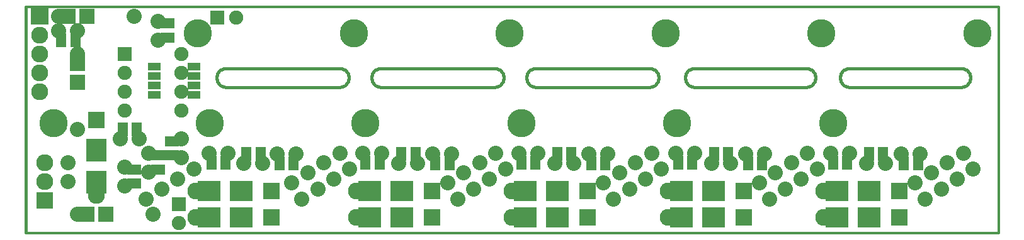
<source format=gts>
G04 (created by PCBNEW-RS274X (20100406 SVN-R2508)-final) date 6/3/2010 9:57:39 PM*
G01*
G70*
G90*
%MOIN*%
G04 Gerber Fmt 3.4, Leading zero omitted, Abs format*
%FSLAX34Y34*%
G04 APERTURE LIST*
%ADD10C,0.006000*%
%ADD11C,0.012000*%
%ADD12C,0.015000*%
%ADD13C,0.090000*%
%ADD14R,0.090000X0.090000*%
%ADD15R,0.110600X0.118400*%
%ADD16R,0.118400X0.110600*%
%ADD17C,0.080000*%
%ADD18R,0.080000X0.080000*%
%ADD19C,0.150000*%
%ADD20R,0.075000X0.055000*%
%ADD21R,0.055000X0.075000*%
%ADD22R,0.095000X0.090000*%
%ADD23R,0.075000X0.075000*%
%ADD24C,0.075000*%
%ADD25R,0.065000X0.040000*%
G04 APERTURE END LIST*
G54D10*
G54D11*
X72500Y-43250D02*
X21000Y-43250D01*
X72500Y-55250D02*
X72500Y-43250D01*
X21000Y-55250D02*
X72500Y-55250D01*
G54D12*
X70500Y-47500D02*
X70543Y-47498D01*
X70586Y-47492D01*
X70629Y-47482D01*
X70671Y-47469D01*
X70711Y-47453D01*
X70750Y-47433D01*
X70786Y-47409D01*
X70821Y-47383D01*
X70853Y-47353D01*
X70883Y-47321D01*
X70909Y-47286D01*
X70933Y-47249D01*
X70953Y-47211D01*
X70969Y-47171D01*
X70982Y-47129D01*
X70992Y-47086D01*
X70998Y-47043D01*
X71000Y-47000D01*
X71000Y-47000D02*
X70998Y-46957D01*
X70992Y-46914D01*
X70982Y-46871D01*
X70969Y-46829D01*
X70953Y-46789D01*
X70933Y-46751D01*
X70909Y-46714D01*
X70883Y-46679D01*
X70853Y-46647D01*
X70821Y-46617D01*
X70786Y-46591D01*
X70750Y-46567D01*
X70711Y-46547D01*
X70671Y-46531D01*
X70629Y-46518D01*
X70586Y-46508D01*
X70543Y-46502D01*
X70500Y-46500D01*
X64600Y-47500D02*
X70500Y-47500D01*
X70500Y-46500D02*
X64600Y-46500D01*
X21000Y-55200D02*
X21000Y-55000D01*
X54000Y-47500D02*
X48000Y-47500D01*
X31600Y-46500D02*
X31557Y-46502D01*
X31514Y-46508D01*
X31471Y-46518D01*
X31429Y-46531D01*
X31389Y-46547D01*
X31351Y-46567D01*
X31314Y-46591D01*
X31279Y-46617D01*
X31247Y-46647D01*
X31217Y-46679D01*
X31191Y-46714D01*
X31167Y-46751D01*
X31147Y-46789D01*
X31131Y-46829D01*
X31118Y-46871D01*
X31108Y-46914D01*
X31102Y-46957D01*
X31100Y-47000D01*
X31100Y-47000D02*
X31102Y-47043D01*
X31108Y-47086D01*
X31118Y-47129D01*
X31131Y-47171D01*
X31147Y-47211D01*
X31167Y-47249D01*
X31191Y-47286D01*
X31217Y-47321D01*
X31247Y-47353D01*
X31279Y-47383D01*
X31314Y-47409D01*
X31351Y-47433D01*
X31389Y-47453D01*
X31429Y-47469D01*
X31471Y-47482D01*
X31514Y-47492D01*
X31557Y-47498D01*
X31600Y-47500D01*
X37600Y-47500D02*
X37643Y-47498D01*
X37686Y-47492D01*
X37729Y-47482D01*
X37771Y-47469D01*
X37811Y-47453D01*
X37850Y-47433D01*
X37886Y-47409D01*
X37921Y-47383D01*
X37953Y-47353D01*
X37983Y-47321D01*
X38009Y-47286D01*
X38033Y-47249D01*
X38053Y-47211D01*
X38069Y-47171D01*
X38082Y-47129D01*
X38092Y-47086D01*
X38098Y-47043D01*
X38100Y-47000D01*
X38100Y-47000D02*
X38098Y-46957D01*
X38092Y-46914D01*
X38082Y-46871D01*
X38069Y-46829D01*
X38053Y-46789D01*
X38033Y-46751D01*
X38009Y-46714D01*
X37983Y-46679D01*
X37953Y-46647D01*
X37921Y-46617D01*
X37886Y-46591D01*
X37850Y-46567D01*
X37811Y-46547D01*
X37771Y-46531D01*
X37729Y-46518D01*
X37686Y-46508D01*
X37643Y-46502D01*
X37600Y-46500D01*
X39800Y-46500D02*
X39757Y-46502D01*
X39714Y-46508D01*
X39671Y-46518D01*
X39629Y-46531D01*
X39589Y-46547D01*
X39551Y-46567D01*
X39514Y-46591D01*
X39479Y-46617D01*
X39447Y-46647D01*
X39417Y-46679D01*
X39391Y-46714D01*
X39367Y-46751D01*
X39347Y-46789D01*
X39331Y-46829D01*
X39318Y-46871D01*
X39308Y-46914D01*
X39302Y-46957D01*
X39300Y-47000D01*
X39300Y-47000D02*
X39302Y-47043D01*
X39308Y-47086D01*
X39318Y-47129D01*
X39331Y-47171D01*
X39347Y-47211D01*
X39367Y-47249D01*
X39391Y-47286D01*
X39417Y-47321D01*
X39447Y-47353D01*
X39479Y-47383D01*
X39514Y-47409D01*
X39551Y-47433D01*
X39589Y-47453D01*
X39629Y-47469D01*
X39671Y-47482D01*
X39714Y-47492D01*
X39757Y-47498D01*
X39800Y-47500D01*
X45800Y-47500D02*
X45843Y-47498D01*
X45886Y-47492D01*
X45929Y-47482D01*
X45971Y-47469D01*
X46011Y-47453D01*
X46050Y-47433D01*
X46086Y-47409D01*
X46121Y-47383D01*
X46153Y-47353D01*
X46183Y-47321D01*
X46209Y-47286D01*
X46233Y-47249D01*
X46253Y-47211D01*
X46269Y-47171D01*
X46282Y-47129D01*
X46292Y-47086D01*
X46298Y-47043D01*
X46300Y-47000D01*
X46300Y-47000D02*
X46298Y-46957D01*
X46292Y-46914D01*
X46282Y-46871D01*
X46269Y-46829D01*
X46253Y-46789D01*
X46233Y-46751D01*
X46209Y-46714D01*
X46183Y-46679D01*
X46153Y-46647D01*
X46121Y-46617D01*
X46086Y-46591D01*
X46050Y-46567D01*
X46011Y-46547D01*
X45971Y-46531D01*
X45929Y-46518D01*
X45886Y-46508D01*
X45843Y-46502D01*
X45800Y-46500D01*
X48000Y-46500D02*
X47957Y-46502D01*
X47914Y-46508D01*
X47871Y-46518D01*
X47829Y-46531D01*
X47789Y-46547D01*
X47751Y-46567D01*
X47714Y-46591D01*
X47679Y-46617D01*
X47647Y-46647D01*
X47617Y-46679D01*
X47591Y-46714D01*
X47567Y-46751D01*
X47547Y-46789D01*
X47531Y-46829D01*
X47518Y-46871D01*
X47508Y-46914D01*
X47502Y-46957D01*
X47500Y-47000D01*
X47500Y-47000D02*
X47502Y-47043D01*
X47508Y-47086D01*
X47518Y-47129D01*
X47531Y-47171D01*
X47547Y-47211D01*
X47567Y-47249D01*
X47591Y-47286D01*
X47617Y-47321D01*
X47647Y-47353D01*
X47679Y-47383D01*
X47714Y-47409D01*
X47751Y-47433D01*
X47789Y-47453D01*
X47829Y-47469D01*
X47871Y-47482D01*
X47914Y-47492D01*
X47957Y-47498D01*
X48000Y-47500D01*
X54000Y-47500D02*
X54043Y-47498D01*
X54086Y-47492D01*
X54129Y-47482D01*
X54171Y-47469D01*
X54211Y-47453D01*
X54250Y-47433D01*
X54286Y-47409D01*
X54321Y-47383D01*
X54353Y-47353D01*
X54383Y-47321D01*
X54409Y-47286D01*
X54433Y-47249D01*
X54453Y-47211D01*
X54469Y-47171D01*
X54482Y-47129D01*
X54492Y-47086D01*
X54498Y-47043D01*
X54500Y-47000D01*
X54500Y-47000D02*
X54498Y-46957D01*
X54492Y-46914D01*
X54482Y-46871D01*
X54469Y-46829D01*
X54453Y-46789D01*
X54433Y-46751D01*
X54409Y-46714D01*
X54383Y-46679D01*
X54353Y-46647D01*
X54321Y-46617D01*
X54286Y-46591D01*
X54250Y-46567D01*
X54211Y-46547D01*
X54171Y-46531D01*
X54129Y-46518D01*
X54086Y-46508D01*
X54043Y-46502D01*
X54000Y-46500D01*
X55900Y-47000D02*
X55902Y-47043D01*
X55908Y-47086D01*
X55918Y-47129D01*
X55931Y-47171D01*
X55947Y-47211D01*
X55967Y-47249D01*
X55991Y-47286D01*
X56017Y-47321D01*
X56047Y-47353D01*
X56079Y-47383D01*
X56114Y-47409D01*
X56151Y-47433D01*
X56189Y-47453D01*
X56229Y-47469D01*
X56271Y-47482D01*
X56314Y-47492D01*
X56357Y-47498D01*
X56400Y-47500D01*
X56400Y-46500D02*
X56357Y-46502D01*
X56314Y-46508D01*
X56271Y-46518D01*
X56229Y-46531D01*
X56189Y-46547D01*
X56151Y-46567D01*
X56114Y-46591D01*
X56079Y-46617D01*
X56047Y-46647D01*
X56017Y-46679D01*
X55991Y-46714D01*
X55967Y-46751D01*
X55947Y-46789D01*
X55931Y-46829D01*
X55918Y-46871D01*
X55908Y-46914D01*
X55902Y-46957D01*
X55900Y-47000D01*
X62300Y-47500D02*
X62343Y-47498D01*
X62386Y-47492D01*
X62429Y-47482D01*
X62471Y-47469D01*
X62511Y-47453D01*
X62550Y-47433D01*
X62586Y-47409D01*
X62621Y-47383D01*
X62653Y-47353D01*
X62683Y-47321D01*
X62709Y-47286D01*
X62733Y-47249D01*
X62753Y-47211D01*
X62769Y-47171D01*
X62782Y-47129D01*
X62792Y-47086D01*
X62798Y-47043D01*
X62800Y-47000D01*
X62800Y-47000D02*
X62798Y-46957D01*
X62792Y-46914D01*
X62782Y-46871D01*
X62769Y-46829D01*
X62753Y-46789D01*
X62733Y-46751D01*
X62709Y-46714D01*
X62683Y-46679D01*
X62653Y-46647D01*
X62621Y-46617D01*
X62586Y-46591D01*
X62550Y-46567D01*
X62511Y-46547D01*
X62471Y-46531D01*
X62429Y-46518D01*
X62386Y-46508D01*
X62343Y-46502D01*
X62300Y-46500D01*
X31600Y-47500D02*
X37600Y-47500D01*
X37600Y-46500D02*
X31600Y-46500D01*
X39800Y-47500D02*
X45800Y-47500D01*
X45800Y-46500D02*
X39800Y-46500D01*
X54000Y-46500D02*
X48000Y-46500D01*
X56400Y-46500D02*
X62300Y-46500D01*
X62300Y-47500D02*
X56400Y-47500D01*
X64100Y-47000D02*
X64102Y-47043D01*
X64108Y-47086D01*
X64118Y-47129D01*
X64131Y-47171D01*
X64147Y-47211D01*
X64167Y-47249D01*
X64191Y-47286D01*
X64217Y-47321D01*
X64247Y-47353D01*
X64279Y-47383D01*
X64314Y-47409D01*
X64351Y-47433D01*
X64389Y-47453D01*
X64429Y-47469D01*
X64471Y-47482D01*
X64514Y-47492D01*
X64557Y-47498D01*
X64600Y-47500D01*
X64600Y-46500D02*
X64557Y-46502D01*
X64514Y-46508D01*
X64471Y-46518D01*
X64429Y-46531D01*
X64389Y-46547D01*
X64351Y-46567D01*
X64314Y-46591D01*
X64279Y-46617D01*
X64247Y-46647D01*
X64217Y-46679D01*
X64191Y-46714D01*
X64167Y-46751D01*
X64147Y-46789D01*
X64131Y-46829D01*
X64118Y-46871D01*
X64108Y-46914D01*
X64102Y-46957D01*
X64100Y-47000D01*
X21000Y-43250D02*
X21000Y-55000D01*
G54D13*
X24750Y-53250D03*
G54D14*
X24750Y-49250D03*
G54D15*
X24750Y-50850D03*
X24750Y-52550D03*
G54D13*
X63250Y-53000D03*
G54D14*
X67250Y-53000D03*
G54D16*
X65650Y-53000D03*
X63950Y-53000D03*
G54D13*
X63250Y-54400D03*
G54D14*
X67250Y-54400D03*
G54D16*
X65650Y-54400D03*
X63950Y-54400D03*
G54D13*
X55000Y-53000D03*
G54D14*
X59000Y-53000D03*
G54D16*
X57400Y-53000D03*
X55700Y-53000D03*
G54D13*
X55000Y-54400D03*
G54D14*
X59000Y-54400D03*
G54D16*
X57400Y-54400D03*
X55700Y-54400D03*
G54D13*
X46750Y-53000D03*
G54D14*
X50750Y-53000D03*
G54D16*
X49150Y-53000D03*
X47450Y-53000D03*
G54D13*
X46750Y-54400D03*
G54D14*
X50750Y-54400D03*
G54D16*
X49150Y-54400D03*
X47450Y-54400D03*
G54D13*
X38500Y-53000D03*
G54D14*
X42500Y-53000D03*
G54D16*
X40900Y-53000D03*
X39200Y-53000D03*
G54D13*
X38500Y-54400D03*
G54D14*
X42500Y-54400D03*
G54D16*
X40900Y-54400D03*
X39200Y-54400D03*
G54D13*
X30000Y-53000D03*
G54D14*
X34000Y-53000D03*
G54D16*
X32400Y-53000D03*
X30700Y-53000D03*
G54D13*
X30000Y-54400D03*
G54D14*
X34000Y-54400D03*
G54D16*
X32400Y-54400D03*
X30700Y-54400D03*
G54D17*
X23750Y-54250D03*
X27750Y-54250D03*
G54D18*
X25250Y-54250D03*
X24250Y-54250D03*
G54D17*
X23750Y-45750D03*
X23750Y-49750D03*
G54D18*
X23750Y-47250D03*
X23750Y-46250D03*
G54D17*
X22750Y-43750D03*
X26750Y-43750D03*
G54D18*
X24250Y-43750D03*
X23250Y-43750D03*
G54D17*
X37300Y-52375D03*
X36452Y-52905D03*
X35604Y-53435D03*
X38148Y-51845D03*
G54D19*
X38361Y-44637D03*
X30729Y-49407D03*
G54D17*
X45550Y-52375D03*
X44702Y-52905D03*
X43854Y-53435D03*
X46398Y-51845D03*
G54D19*
X46611Y-44637D03*
X38979Y-49407D03*
G54D17*
X53800Y-52375D03*
X52952Y-52905D03*
X52104Y-53435D03*
X54648Y-51845D03*
G54D19*
X54861Y-44637D03*
X47229Y-49407D03*
G54D17*
X62050Y-52375D03*
X61202Y-52905D03*
X60354Y-53435D03*
X62898Y-51845D03*
G54D19*
X63111Y-44637D03*
X55479Y-49407D03*
G54D17*
X70300Y-52375D03*
X69452Y-52905D03*
X68604Y-53435D03*
X71148Y-51845D03*
G54D19*
X71361Y-44637D03*
X63729Y-49407D03*
G54D17*
X29050Y-52375D03*
X28202Y-52905D03*
X27354Y-53435D03*
X29898Y-51845D03*
G54D19*
X30111Y-44637D03*
X22479Y-49407D03*
G54D17*
X69770Y-51527D03*
X68922Y-52057D03*
X68074Y-52587D03*
X70618Y-50997D03*
G54D19*
X71361Y-44637D03*
X63729Y-49407D03*
G54D17*
X61520Y-51527D03*
X60672Y-52057D03*
X59824Y-52587D03*
X62368Y-50997D03*
G54D19*
X63111Y-44637D03*
X55479Y-49407D03*
G54D17*
X53270Y-51527D03*
X52422Y-52057D03*
X51574Y-52587D03*
X54118Y-50997D03*
G54D19*
X54861Y-44637D03*
X47229Y-49407D03*
G54D17*
X45020Y-51527D03*
X44172Y-52057D03*
X43324Y-52587D03*
X45868Y-50997D03*
G54D19*
X46611Y-44637D03*
X38979Y-49407D03*
G54D17*
X36770Y-51527D03*
X35922Y-52057D03*
X35074Y-52587D03*
X37618Y-50997D03*
G54D19*
X38361Y-44637D03*
X30729Y-49407D03*
G54D20*
X28750Y-51125D03*
X28750Y-50375D03*
G54D17*
X29250Y-51250D03*
X29250Y-50250D03*
G54D21*
X51675Y-51550D03*
X50925Y-51550D03*
G54D17*
X51800Y-51050D03*
X50800Y-51050D03*
G54D21*
X32675Y-51050D03*
X33425Y-51050D03*
G54D17*
X32550Y-51550D03*
X33550Y-51550D03*
G54D21*
X39725Y-51500D03*
X38975Y-51500D03*
G54D17*
X39850Y-51000D03*
X38850Y-51000D03*
G54D21*
X31575Y-51500D03*
X30825Y-51500D03*
G54D17*
X31700Y-51000D03*
X30700Y-51000D03*
G54D21*
X40875Y-51050D03*
X41625Y-51050D03*
G54D17*
X40750Y-51550D03*
X41750Y-51550D03*
G54D21*
X43425Y-51550D03*
X42675Y-51550D03*
G54D17*
X43550Y-51050D03*
X42550Y-51050D03*
G54D21*
X35175Y-51550D03*
X34425Y-51550D03*
G54D17*
X35300Y-51050D03*
X34300Y-51050D03*
G54D22*
X21750Y-43750D03*
G54D13*
X21750Y-44750D03*
X21750Y-45740D03*
X21750Y-46760D03*
X21750Y-47750D03*
G54D21*
X47975Y-51500D03*
X47225Y-51500D03*
G54D17*
X48100Y-51000D03*
X47100Y-51000D03*
G54D20*
X26750Y-51875D03*
X26750Y-52625D03*
G54D17*
X26250Y-51750D03*
X26250Y-52750D03*
X23250Y-52500D03*
X23250Y-51500D03*
G54D21*
X23625Y-45000D03*
X22875Y-45000D03*
G54D17*
X23750Y-44500D03*
X22750Y-44500D03*
X26000Y-50250D03*
X27000Y-50250D03*
G54D21*
X26125Y-49750D03*
X26875Y-49750D03*
G54D17*
X26000Y-50250D03*
X27000Y-50250D03*
X28000Y-44000D03*
X28000Y-45000D03*
G54D20*
X28500Y-44125D03*
X28500Y-44875D03*
G54D17*
X28000Y-44000D03*
X28000Y-45000D03*
G54D21*
X68225Y-51550D03*
X67475Y-51550D03*
G54D17*
X68350Y-51050D03*
X67350Y-51050D03*
G54D21*
X56275Y-51500D03*
X55525Y-51500D03*
G54D17*
X56400Y-51000D03*
X55400Y-51000D03*
G54D21*
X57425Y-51050D03*
X58175Y-51050D03*
G54D17*
X57300Y-51550D03*
X58300Y-51550D03*
G54D21*
X64475Y-51500D03*
X63725Y-51500D03*
G54D17*
X64600Y-51000D03*
X63600Y-51000D03*
G54D21*
X65625Y-51050D03*
X66375Y-51050D03*
G54D17*
X65500Y-51550D03*
X66500Y-51550D03*
G54D20*
X28000Y-51125D03*
X28000Y-51875D03*
G54D17*
X27500Y-51000D03*
X27500Y-52000D03*
G54D21*
X49125Y-51050D03*
X49875Y-51050D03*
G54D17*
X49000Y-51550D03*
X50000Y-51550D03*
G54D21*
X59975Y-51550D03*
X59225Y-51550D03*
G54D17*
X60100Y-51050D03*
X59100Y-51050D03*
G54D23*
X26250Y-45750D03*
G54D24*
X26250Y-46750D03*
X26250Y-47750D03*
X26250Y-48750D03*
X29250Y-48750D03*
X29250Y-47750D03*
X29250Y-46750D03*
X29250Y-45750D03*
G54D13*
X22000Y-51500D03*
X22000Y-52500D03*
G54D14*
X22000Y-53500D03*
G54D25*
X29900Y-46400D03*
X27800Y-46400D03*
X29900Y-46900D03*
X29900Y-47400D03*
X29900Y-47900D03*
X27800Y-46900D03*
X27800Y-47400D03*
X27800Y-47900D03*
G54D23*
X31150Y-43800D03*
G54D24*
X32150Y-43800D03*
G54D23*
X29100Y-53700D03*
G54D24*
X29100Y-54700D03*
M02*

</source>
